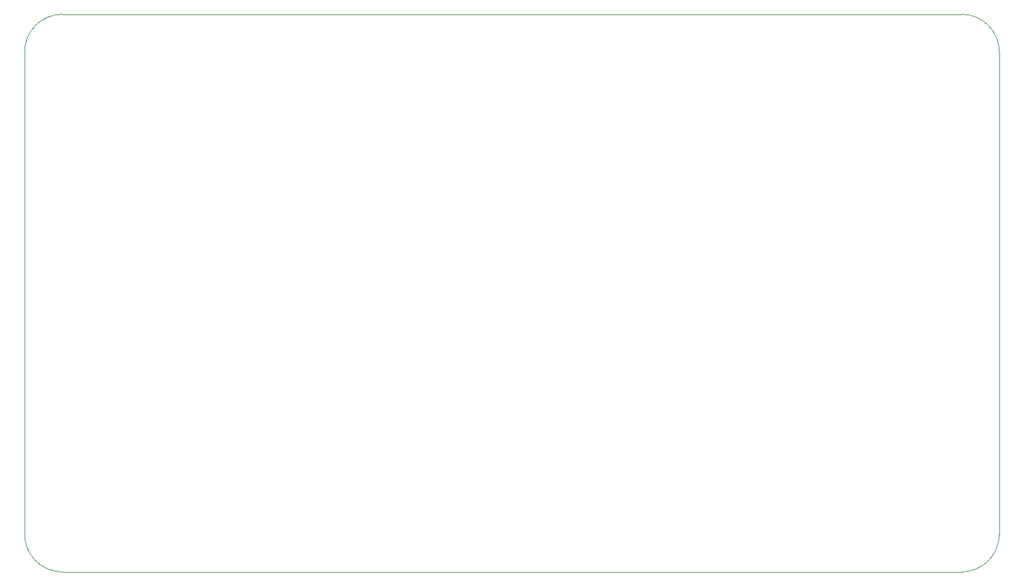
<source format=gbr>
%TF.GenerationSoftware,KiCad,Pcbnew,(5.1.12)-1*%
%TF.CreationDate,2021-12-29T18:15:49+01:00*%
%TF.ProjectId,esp32pcbheater,65737033-3270-4636-9268-65617465722e,rev?*%
%TF.SameCoordinates,Original*%
%TF.FileFunction,Profile,NP*%
%FSLAX46Y46*%
G04 Gerber Fmt 4.6, Leading zero omitted, Abs format (unit mm)*
G04 Created by KiCad (PCBNEW (5.1.12)-1) date 2021-12-29 18:15:49*
%MOMM*%
%LPD*%
G01*
G04 APERTURE LIST*
%TA.AperFunction,Profile*%
%ADD10C,0.050000*%
%TD*%
G04 APERTURE END LIST*
D10*
X33020000Y-115570000D02*
G75*
G02*
X27940000Y-110490000I0J5080000D01*
G01*
X27940000Y-45720000D02*
G75*
G02*
X33020000Y-40640000I5080000J0D01*
G01*
X153670000Y-40640000D02*
G75*
G02*
X158750000Y-45720000I0J-5080000D01*
G01*
X158750000Y-110490000D02*
G75*
G02*
X153670000Y-115570000I-5080000J0D01*
G01*
X153670000Y-115570000D02*
X33020000Y-115570000D01*
X27940000Y-45720000D02*
X27940000Y-110490000D01*
X153670000Y-40640000D02*
X33020000Y-40640000D01*
X158750000Y-110490000D02*
X158750000Y-45720000D01*
M02*

</source>
